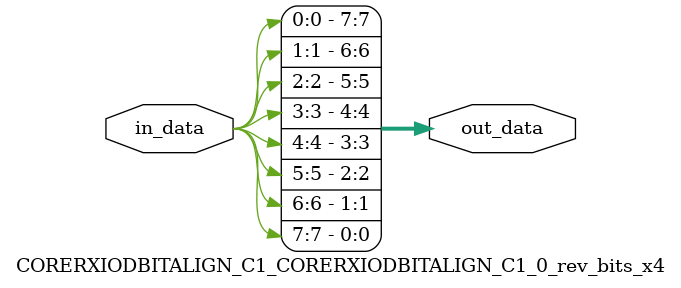
<source format=v>


module CORERXIODBITALIGN_C1_CORERXIODBITALIGN_C1_0_rev_bits_x4 ( in_data,out_data);
input [7:0] in_data;
output [7:0] out_data;

assign out_data = {in_data[0],in_data[1],in_data[2],in_data[3],in_data[4],in_data[5],in_data[6],in_data[7]};
//<statements>

endmodule


</source>
